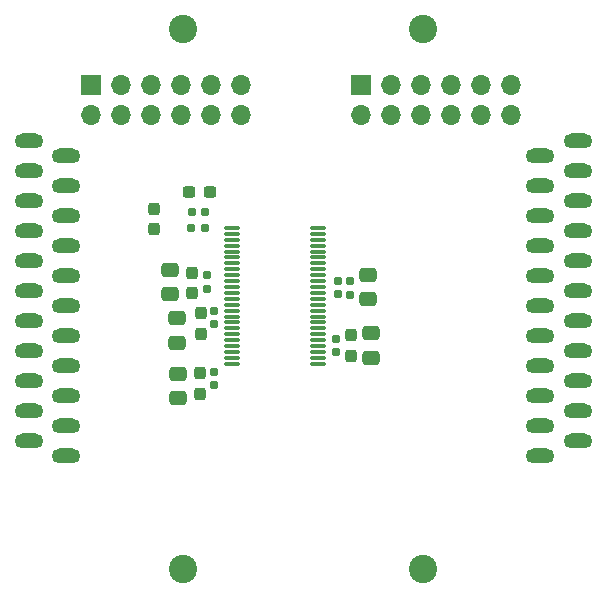
<source format=gbr>
%TF.GenerationSoftware,KiCad,Pcbnew,(5.99.0-10520-g1b9a8564af)*%
%TF.CreationDate,2021-07-21T11:30:59-07:00*%
%TF.ProjectId,cfc_emulator,6366635f-656d-4756-9c61-746f722e6b69,rev?*%
%TF.SameCoordinates,Original*%
%TF.FileFunction,Soldermask,Top*%
%TF.FilePolarity,Negative*%
%FSLAX46Y46*%
G04 Gerber Fmt 4.6, Leading zero omitted, Abs format (unit mm)*
G04 Created by KiCad (PCBNEW (5.99.0-10520-g1b9a8564af)) date 2021-07-21 11:30:59*
%MOMM*%
%LPD*%
G01*
G04 APERTURE LIST*
G04 Aperture macros list*
%AMRoundRect*
0 Rectangle with rounded corners*
0 $1 Rounding radius*
0 $2 $3 $4 $5 $6 $7 $8 $9 X,Y pos of 4 corners*
0 Add a 4 corners polygon primitive as box body*
4,1,4,$2,$3,$4,$5,$6,$7,$8,$9,$2,$3,0*
0 Add four circle primitives for the rounded corners*
1,1,$1+$1,$2,$3*
1,1,$1+$1,$4,$5*
1,1,$1+$1,$6,$7*
1,1,$1+$1,$8,$9*
0 Add four rect primitives between the rounded corners*
20,1,$1+$1,$2,$3,$4,$5,0*
20,1,$1+$1,$4,$5,$6,$7,0*
20,1,$1+$1,$6,$7,$8,$9,0*
20,1,$1+$1,$8,$9,$2,$3,0*%
G04 Aperture macros list end*
%ADD10RoundRect,0.155000X-0.155000X0.212500X-0.155000X-0.212500X0.155000X-0.212500X0.155000X0.212500X0*%
%ADD11RoundRect,0.155000X0.155000X-0.212500X0.155000X0.212500X-0.155000X0.212500X-0.155000X-0.212500X0*%
%ADD12RoundRect,0.250000X-0.475000X0.337500X-0.475000X-0.337500X0.475000X-0.337500X0.475000X0.337500X0*%
%ADD13RoundRect,0.237500X0.300000X0.237500X-0.300000X0.237500X-0.300000X-0.237500X0.300000X-0.237500X0*%
%ADD14R,1.700000X1.700000*%
%ADD15O,1.700000X1.700000*%
%ADD16RoundRect,0.237500X-0.237500X0.300000X-0.237500X-0.300000X0.237500X-0.300000X0.237500X0.300000X0*%
%ADD17RoundRect,0.237500X0.237500X-0.300000X0.237500X0.300000X-0.237500X0.300000X-0.237500X-0.300000X0*%
%ADD18C,2.400000*%
%ADD19O,2.413000X1.270000*%
%ADD20RoundRect,0.155000X0.212500X0.155000X-0.212500X0.155000X-0.212500X-0.155000X0.212500X-0.155000X0*%
%ADD21RoundRect,0.063500X-0.584200X-0.088900X0.584200X-0.088900X0.584200X0.088900X-0.584200X0.088900X0*%
%ADD22RoundRect,0.063500X0.584200X0.088900X-0.584200X0.088900X-0.584200X-0.088900X0.584200X-0.088900X0*%
%ADD23RoundRect,0.250000X0.475000X-0.337500X0.475000X0.337500X-0.475000X0.337500X-0.475000X-0.337500X0*%
G04 APERTURE END LIST*
D10*
%TO.C,C13*%
X163068000Y-92929900D03*
X163068000Y-94064900D03*
%TD*%
D11*
%TO.C,C16*%
X163245800Y-89137300D03*
X163245800Y-88002300D03*
%TD*%
D12*
%TO.C,C1*%
X149682200Y-95863500D03*
X149682200Y-97938500D03*
%TD*%
%TO.C,C14*%
X149631400Y-91189900D03*
X149631400Y-93264900D03*
%TD*%
D13*
%TO.C,C5*%
X152397800Y-80441800D03*
X150672800Y-80441800D03*
%TD*%
D12*
%TO.C,C4*%
X149021800Y-87075100D03*
X149021800Y-89150100D03*
%TD*%
D14*
%TO.C,J3*%
X165201600Y-71443600D03*
D15*
X167741600Y-71443600D03*
X170281600Y-71443600D03*
X172821600Y-71443600D03*
X175361600Y-71443600D03*
X177901600Y-71443600D03*
X165201600Y-73983600D03*
X167741600Y-73983600D03*
X170281600Y-73983600D03*
X172821600Y-73983600D03*
X175361600Y-73983600D03*
X177901600Y-73983600D03*
%TD*%
D11*
%TO.C,C18*%
X164261800Y-89162700D03*
X164261800Y-88027700D03*
%TD*%
D14*
%TO.C,J2*%
X142341600Y-71443600D03*
D15*
X144881600Y-71443600D03*
X147421600Y-71443600D03*
X149961600Y-71443600D03*
X152501600Y-71443600D03*
X155041600Y-71443600D03*
X142341600Y-73983600D03*
X144881600Y-73983600D03*
X147421600Y-73983600D03*
X149961600Y-73983600D03*
X152501600Y-73983600D03*
X155041600Y-73983600D03*
%TD*%
D16*
%TO.C,C15*%
X164338000Y-92609500D03*
X164338000Y-94334500D03*
%TD*%
D17*
%TO.C,C10*%
X147650200Y-83615700D03*
X147650200Y-81890700D03*
%TD*%
D16*
%TO.C,C3*%
X151536400Y-95835300D03*
X151536400Y-97560300D03*
%TD*%
%TO.C,C7*%
X150850600Y-87300900D03*
X150850600Y-89025900D03*
%TD*%
D18*
%TO.C,J1*%
X170459400Y-66649600D03*
X150139400Y-66649600D03*
X150139400Y-112369600D03*
X170459400Y-112369600D03*
D19*
X137058400Y-76174600D03*
X140233400Y-77444600D03*
X137058400Y-78714600D03*
X140233400Y-79984600D03*
X137058400Y-81254600D03*
X140233400Y-82524600D03*
X137058400Y-83794600D03*
X140233400Y-85064600D03*
X137058400Y-86334600D03*
X140233400Y-87604600D03*
X137058400Y-88874600D03*
X140233400Y-90144600D03*
X137058400Y-91414600D03*
X140233400Y-92684600D03*
X137058400Y-93954600D03*
X140233400Y-95224600D03*
X137058400Y-96494600D03*
X140233400Y-97764600D03*
X137058400Y-99034600D03*
X140233400Y-100304600D03*
X137058400Y-101574600D03*
X140233400Y-102844600D03*
X180365400Y-102844600D03*
X183540400Y-101574600D03*
X180365400Y-100304600D03*
X183540400Y-99034600D03*
X180365400Y-97764600D03*
X183540400Y-96494600D03*
X180365400Y-95224600D03*
X183540400Y-93954600D03*
X180365400Y-92684600D03*
X183540400Y-91414600D03*
X180365400Y-90144600D03*
X183540400Y-88874600D03*
X180365400Y-87604600D03*
X183540400Y-86334600D03*
X180365400Y-85064600D03*
X183540400Y-83794600D03*
X180365400Y-82524600D03*
X183540400Y-81254600D03*
X180365400Y-79984600D03*
X183540400Y-78714600D03*
X180365400Y-77444600D03*
X183540400Y-76174600D03*
%TD*%
D20*
%TO.C,C2*%
X151958700Y-83489800D03*
X150823700Y-83489800D03*
%TD*%
D21*
%TO.C,U1*%
X154290613Y-83528528D03*
X154290613Y-84028528D03*
X154290613Y-84528528D03*
X154290613Y-85028528D03*
X154290613Y-85528528D03*
X154290613Y-86028528D03*
X154290613Y-86528528D03*
X154290613Y-87028528D03*
X154290613Y-87528528D03*
X154290613Y-88028528D03*
X154290613Y-88528528D03*
X154290613Y-89028528D03*
X154290613Y-89528528D03*
X154290613Y-90028528D03*
X154290613Y-90528528D03*
X154290613Y-91028528D03*
X154290613Y-91528528D03*
X154290613Y-92028528D03*
X154290613Y-92528528D03*
X154290613Y-93028528D03*
X154290613Y-93528528D03*
X154290613Y-94028528D03*
X154290613Y-94528528D03*
X154290613Y-95028528D03*
D22*
X161529613Y-95028528D03*
X161529613Y-94528528D03*
X161529613Y-94028528D03*
X161529613Y-93528528D03*
X161529613Y-93028528D03*
X161529613Y-92528528D03*
X161529613Y-92028528D03*
X161529613Y-91528528D03*
X161529613Y-91028528D03*
X161529613Y-90528528D03*
X161529613Y-90028528D03*
X161529613Y-89528528D03*
X161529613Y-89028528D03*
X161529613Y-88528528D03*
X161529613Y-88028528D03*
X161529613Y-87528528D03*
X161529613Y-87028528D03*
X161529613Y-86528528D03*
X161529613Y-86028528D03*
X161529613Y-85528528D03*
X161529613Y-85028528D03*
X161529613Y-84528528D03*
X161529613Y-84028528D03*
X161529613Y-83528528D03*
%TD*%
D12*
%TO.C,C17*%
X166039800Y-92434500D03*
X166039800Y-94509500D03*
%TD*%
D20*
%TO.C,C8*%
X152016500Y-82169000D03*
X150881500Y-82169000D03*
%TD*%
D10*
%TO.C,C11*%
X152755600Y-90516900D03*
X152755600Y-91651900D03*
%TD*%
%TO.C,C9*%
X152146000Y-87530900D03*
X152146000Y-88665900D03*
%TD*%
%TO.C,C6*%
X152730200Y-95698500D03*
X152730200Y-96833500D03*
%TD*%
D16*
%TO.C,C12*%
X151612600Y-90755300D03*
X151612600Y-92480300D03*
%TD*%
D23*
%TO.C,C19*%
X165760400Y-89556500D03*
X165760400Y-87481500D03*
%TD*%
M02*

</source>
